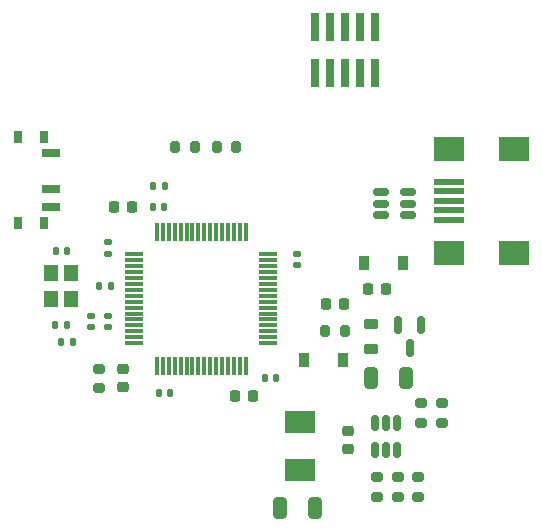
<source format=gbr>
%TF.GenerationSoftware,KiCad,Pcbnew,(6.0.5-0)*%
%TF.CreationDate,2022-07-05T17:16:21+02:00*%
%TF.ProjectId,HWCorso,4857436f-7273-46f2-9e6b-696361645f70,rev?*%
%TF.SameCoordinates,Original*%
%TF.FileFunction,Paste,Top*%
%TF.FilePolarity,Positive*%
%FSLAX46Y46*%
G04 Gerber Fmt 4.6, Leading zero omitted, Abs format (unit mm)*
G04 Created by KiCad (PCBNEW (6.0.5-0)) date 2022-07-05 17:16:21*
%MOMM*%
%LPD*%
G01*
G04 APERTURE LIST*
G04 Aperture macros list*
%AMRoundRect*
0 Rectangle with rounded corners*
0 $1 Rounding radius*
0 $2 $3 $4 $5 $6 $7 $8 $9 X,Y pos of 4 corners*
0 Add a 4 corners polygon primitive as box body*
4,1,4,$2,$3,$4,$5,$6,$7,$8,$9,$2,$3,0*
0 Add four circle primitives for the rounded corners*
1,1,$1+$1,$2,$3*
1,1,$1+$1,$4,$5*
1,1,$1+$1,$6,$7*
1,1,$1+$1,$8,$9*
0 Add four rect primitives between the rounded corners*
20,1,$1+$1,$2,$3,$4,$5,0*
20,1,$1+$1,$4,$5,$6,$7,0*
20,1,$1+$1,$6,$7,$8,$9,0*
20,1,$1+$1,$8,$9,$2,$3,0*%
G04 Aperture macros list end*
%ADD10R,0.740000X2.400000*%
%ADD11RoundRect,0.075000X-0.700000X-0.075000X0.700000X-0.075000X0.700000X0.075000X-0.700000X0.075000X0*%
%ADD12RoundRect,0.075000X-0.075000X-0.700000X0.075000X-0.700000X0.075000X0.700000X-0.075000X0.700000X0*%
%ADD13RoundRect,0.150000X0.150000X-0.512500X0.150000X0.512500X-0.150000X0.512500X-0.150000X-0.512500X0*%
%ADD14RoundRect,0.140000X0.140000X0.170000X-0.140000X0.170000X-0.140000X-0.170000X0.140000X-0.170000X0*%
%ADD15RoundRect,0.200000X-0.200000X-0.275000X0.200000X-0.275000X0.200000X0.275000X-0.200000X0.275000X0*%
%ADD16RoundRect,0.200000X0.275000X-0.200000X0.275000X0.200000X-0.275000X0.200000X-0.275000X-0.200000X0*%
%ADD17R,0.900000X1.200000*%
%ADD18RoundRect,0.200000X-0.275000X0.200000X-0.275000X-0.200000X0.275000X-0.200000X0.275000X0.200000X0*%
%ADD19RoundRect,0.147500X-0.147500X-0.172500X0.147500X-0.172500X0.147500X0.172500X-0.147500X0.172500X0*%
%ADD20RoundRect,0.140000X-0.140000X-0.170000X0.140000X-0.170000X0.140000X0.170000X-0.140000X0.170000X0*%
%ADD21RoundRect,0.140000X0.170000X-0.140000X0.170000X0.140000X-0.170000X0.140000X-0.170000X-0.140000X0*%
%ADD22RoundRect,0.225000X0.225000X0.250000X-0.225000X0.250000X-0.225000X-0.250000X0.225000X-0.250000X0*%
%ADD23RoundRect,0.225000X-0.225000X-0.250000X0.225000X-0.250000X0.225000X0.250000X-0.225000X0.250000X0*%
%ADD24RoundRect,0.150000X0.512500X0.150000X-0.512500X0.150000X-0.512500X-0.150000X0.512500X-0.150000X0*%
%ADD25RoundRect,0.218750X0.218750X0.256250X-0.218750X0.256250X-0.218750X-0.256250X0.218750X-0.256250X0*%
%ADD26RoundRect,0.250000X0.325000X0.650000X-0.325000X0.650000X-0.325000X-0.650000X0.325000X-0.650000X0*%
%ADD27RoundRect,0.135000X0.135000X0.185000X-0.135000X0.185000X-0.135000X-0.185000X0.135000X-0.185000X0*%
%ADD28R,2.500000X1.900000*%
%ADD29RoundRect,0.150000X-0.150000X0.587500X-0.150000X-0.587500X0.150000X-0.587500X0.150000X0.587500X0*%
%ADD30RoundRect,0.140000X-0.170000X0.140000X-0.170000X-0.140000X0.170000X-0.140000X0.170000X0.140000X0*%
%ADD31R,2.500000X0.500000*%
%ADD32R,2.500000X2.000000*%
%ADD33RoundRect,0.218750X0.256250X-0.218750X0.256250X0.218750X-0.256250X0.218750X-0.256250X-0.218750X0*%
%ADD34R,1.200000X1.400000*%
%ADD35RoundRect,0.200000X0.200000X0.275000X-0.200000X0.275000X-0.200000X-0.275000X0.200000X-0.275000X0*%
%ADD36RoundRect,0.218750X-0.381250X0.218750X-0.381250X-0.218750X0.381250X-0.218750X0.381250X0.218750X0*%
%ADD37RoundRect,0.225000X0.250000X-0.225000X0.250000X0.225000X-0.250000X0.225000X-0.250000X-0.225000X0*%
%ADD38RoundRect,0.250000X-0.325000X-0.650000X0.325000X-0.650000X0.325000X0.650000X-0.325000X0.650000X0*%
%ADD39R,0.800000X1.000000*%
%ADD40R,1.500000X0.700000*%
G04 APERTURE END LIST*
D10*
%TO.C,J4*%
X85790000Y-76050000D03*
X85790000Y-79950000D03*
X84520000Y-76050000D03*
X84520000Y-79950000D03*
X83250000Y-76050000D03*
X83250000Y-79950000D03*
X81980000Y-76050000D03*
X81980000Y-79950000D03*
X80710000Y-76050000D03*
X80710000Y-79950000D03*
%TD*%
D11*
%TO.C,U1*%
X65445000Y-95310000D03*
X65445000Y-95810000D03*
X65445000Y-96310000D03*
X65445000Y-96810000D03*
X65445000Y-97310000D03*
X65445000Y-97810000D03*
X65445000Y-98310000D03*
X65445000Y-98810000D03*
X65445000Y-99310000D03*
X65445000Y-99810000D03*
X65445000Y-100310000D03*
X65445000Y-100810000D03*
X65445000Y-101310000D03*
X65445000Y-101810000D03*
X65445000Y-102310000D03*
X65445000Y-102810000D03*
D12*
X67370000Y-104735000D03*
X67870000Y-104735000D03*
X68370000Y-104735000D03*
X68870000Y-104735000D03*
X69370000Y-104735000D03*
X69870000Y-104735000D03*
X70370000Y-104735000D03*
X70870000Y-104735000D03*
X71370000Y-104735000D03*
X71870000Y-104735000D03*
X72370000Y-104735000D03*
X72870000Y-104735000D03*
X73370000Y-104735000D03*
X73870000Y-104735000D03*
X74370000Y-104735000D03*
X74870000Y-104735000D03*
D11*
X76795000Y-102810000D03*
X76795000Y-102310000D03*
X76795000Y-101810000D03*
X76795000Y-101310000D03*
X76795000Y-100810000D03*
X76795000Y-100310000D03*
X76795000Y-99810000D03*
X76795000Y-99310000D03*
X76795000Y-98810000D03*
X76795000Y-98310000D03*
X76795000Y-97810000D03*
X76795000Y-97310000D03*
X76795000Y-96810000D03*
X76795000Y-96310000D03*
X76795000Y-95810000D03*
X76795000Y-95310000D03*
D12*
X74870000Y-93385000D03*
X74370000Y-93385000D03*
X73870000Y-93385000D03*
X73370000Y-93385000D03*
X72870000Y-93385000D03*
X72370000Y-93385000D03*
X71870000Y-93385000D03*
X71370000Y-93385000D03*
X70870000Y-93385000D03*
X70370000Y-93385000D03*
X69870000Y-93385000D03*
X69370000Y-93385000D03*
X68870000Y-93385000D03*
X68370000Y-93385000D03*
X67870000Y-93385000D03*
X67370000Y-93385000D03*
%TD*%
D13*
%TO.C,U2*%
X85800000Y-111887500D03*
X86750000Y-111887500D03*
X87700000Y-111887500D03*
X87700000Y-109612500D03*
X86750000Y-109612500D03*
X85800000Y-109612500D03*
%TD*%
D14*
%TO.C,C4*%
X68480000Y-107000000D03*
X67520000Y-107000000D03*
%TD*%
D15*
%TO.C,R7*%
X68925000Y-86250000D03*
X70575000Y-86250000D03*
%TD*%
D16*
%TO.C,R2*%
X89750000Y-109575000D03*
X89750000Y-107925000D03*
%TD*%
D17*
%TO.C,D2*%
X88200000Y-96000000D03*
X84900000Y-96000000D03*
%TD*%
D18*
%TO.C,R8*%
X86000000Y-114175000D03*
X86000000Y-115825000D03*
%TD*%
%TO.C,R1*%
X62500000Y-105000000D03*
X62500000Y-106650000D03*
%TD*%
D19*
%TO.C,L1*%
X59265000Y-102750000D03*
X60235000Y-102750000D03*
%TD*%
D20*
%TO.C,C9*%
X58790000Y-95000000D03*
X59750000Y-95000000D03*
%TD*%
D18*
%TO.C,R3*%
X91500000Y-107925000D03*
X91500000Y-109575000D03*
%TD*%
D21*
%TO.C,C3*%
X63250000Y-95230000D03*
X63250000Y-94270000D03*
%TD*%
D16*
%TO.C,R9*%
X87750000Y-115825000D03*
X87750000Y-114175000D03*
%TD*%
D22*
%TO.C,C1*%
X65275000Y-91250000D03*
X63725000Y-91250000D03*
%TD*%
D18*
%TO.C,R10*%
X89500000Y-114175000D03*
X89500000Y-115825000D03*
%TD*%
D23*
%TO.C,C2*%
X73975000Y-107250000D03*
X75525000Y-107250000D03*
%TD*%
D24*
%TO.C,U3*%
X88637500Y-91950000D03*
X88637500Y-91000000D03*
X88637500Y-90050000D03*
X86362500Y-90050000D03*
X86362500Y-91000000D03*
X86362500Y-91950000D03*
%TD*%
D25*
%TO.C,F1*%
X86787500Y-98250000D03*
X85212500Y-98250000D03*
%TD*%
D26*
%TO.C,C13*%
X80725000Y-116750000D03*
X77775000Y-116750000D03*
%TD*%
D27*
%TO.C,R4*%
X68010000Y-89500000D03*
X66990000Y-89500000D03*
%TD*%
D21*
%TO.C,C10*%
X63250000Y-101480000D03*
X63250000Y-100520000D03*
%TD*%
D28*
%TO.C,L2*%
X79500000Y-109450000D03*
X79500000Y-113550000D03*
%TD*%
D17*
%TO.C,D3*%
X79850000Y-104250000D03*
X83150000Y-104250000D03*
%TD*%
D29*
%TO.C,Q1*%
X89700000Y-101312500D03*
X87800000Y-101312500D03*
X88750000Y-103187500D03*
%TD*%
D20*
%TO.C,C5*%
X76520000Y-105750000D03*
X77480000Y-105750000D03*
%TD*%
D15*
%TO.C,R11*%
X81600000Y-101750000D03*
X83250000Y-101750000D03*
%TD*%
D30*
%TO.C,C7*%
X79250000Y-95270000D03*
X79250000Y-96230000D03*
%TD*%
D21*
%TO.C,C8*%
X61750000Y-101460000D03*
X61750000Y-100500000D03*
%TD*%
D31*
%TO.C,J1*%
X92125000Y-92350000D03*
X92125000Y-91550000D03*
X92125000Y-90750000D03*
X92125000Y-89950000D03*
X92125000Y-89150000D03*
D32*
X97625000Y-86350000D03*
X97625000Y-95150000D03*
X92125000Y-95150000D03*
X92125000Y-86350000D03*
%TD*%
D33*
%TO.C,D1*%
X64500000Y-106537500D03*
X64500000Y-104962500D03*
%TD*%
D34*
%TO.C,Y1*%
X58400000Y-96900000D03*
X58400000Y-99100000D03*
X60100000Y-99100000D03*
X60100000Y-96900000D03*
%TD*%
D35*
%TO.C,R5*%
X74075000Y-86250000D03*
X72425000Y-86250000D03*
%TD*%
D36*
%TO.C,FB1*%
X85500000Y-101187500D03*
X85500000Y-103312500D03*
%TD*%
D37*
%TO.C,C12*%
X83500000Y-111775000D03*
X83500000Y-110225000D03*
%TD*%
D27*
%TO.C,R6*%
X63510000Y-98000000D03*
X62490000Y-98000000D03*
%TD*%
D38*
%TO.C,C6*%
X85525000Y-105750000D03*
X88475000Y-105750000D03*
%TD*%
D14*
%TO.C,C11*%
X59730000Y-101250000D03*
X58770000Y-101250000D03*
%TD*%
D39*
%TO.C,SW1*%
X55570000Y-92650000D03*
X55570000Y-85350000D03*
X57780000Y-92650000D03*
X57780000Y-85350000D03*
D40*
X58430000Y-86750000D03*
X58430000Y-89750000D03*
X58430000Y-91250000D03*
%TD*%
D20*
%TO.C,C14*%
X67020000Y-91250000D03*
X67980000Y-91250000D03*
%TD*%
D25*
%TO.C,D4*%
X83212500Y-99500000D03*
X81637500Y-99500000D03*
%TD*%
M02*

</source>
